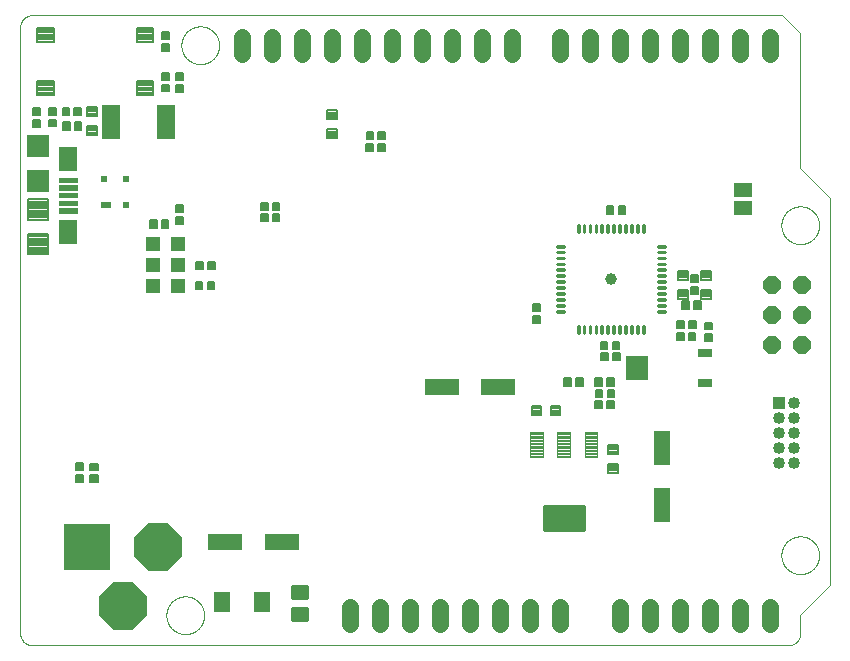
<source format=gtl>
G75*
%MOIN*%
%OFA0B0*%
%FSLAX25Y25*%
%IPPOS*%
%LPD*%
%AMOC8*
5,1,8,0,0,1.08239X$1,22.5*
%
%ADD10C,0.00000*%
%ADD11OC8,0.06102*%
%ADD12C,0.05600*%
%ADD13C,0.00748*%
%ADD14R,0.11811X0.05512*%
%ADD15OC8,0.15748*%
%ADD16R,0.15748X0.15748*%
%ADD17C,0.07677*%
%ADD18C,0.01008*%
%ADD19C,0.03937*%
%ADD20C,0.00551*%
%ADD21R,0.05000X0.02500*%
%ADD22R,0.07500X0.08000*%
%ADD23R,0.04724X0.04724*%
%ADD24R,0.04000X0.04000*%
%ADD25C,0.04000*%
%ADD26C,0.00480*%
%ADD27C,0.00866*%
%ADD28R,0.05512X0.11811*%
%ADD29R,0.06300X0.04600*%
%ADD30C,0.00157*%
%ADD31R,0.07480X0.07480*%
%ADD32R,0.06299X0.08268*%
%ADD33R,0.01890X0.02165*%
%ADD34R,0.03465X0.02165*%
%ADD35R,0.06299X0.11811*%
%ADD36C,0.00984*%
%ADD37R,0.05512X0.07087*%
%ADD38C,0.00827*%
D10*
X0008760Y0007687D02*
X0008760Y0209813D01*
X0008762Y0209937D01*
X0008768Y0210060D01*
X0008777Y0210184D01*
X0008791Y0210306D01*
X0008808Y0210429D01*
X0008830Y0210551D01*
X0008855Y0210672D01*
X0008884Y0210792D01*
X0008916Y0210911D01*
X0008953Y0211030D01*
X0008993Y0211147D01*
X0009036Y0211262D01*
X0009084Y0211377D01*
X0009135Y0211489D01*
X0009189Y0211600D01*
X0009247Y0211710D01*
X0009308Y0211817D01*
X0009373Y0211923D01*
X0009441Y0212026D01*
X0009512Y0212127D01*
X0009586Y0212226D01*
X0009663Y0212323D01*
X0009744Y0212417D01*
X0009827Y0212508D01*
X0009913Y0212597D01*
X0010002Y0212683D01*
X0010093Y0212766D01*
X0010187Y0212847D01*
X0010284Y0212924D01*
X0010383Y0212998D01*
X0010484Y0213069D01*
X0010587Y0213137D01*
X0010693Y0213202D01*
X0010800Y0213263D01*
X0010910Y0213321D01*
X0011021Y0213375D01*
X0011133Y0213426D01*
X0011248Y0213474D01*
X0011363Y0213517D01*
X0011480Y0213557D01*
X0011599Y0213594D01*
X0011718Y0213626D01*
X0011838Y0213655D01*
X0011959Y0213680D01*
X0012081Y0213702D01*
X0012204Y0213719D01*
X0012326Y0213733D01*
X0012450Y0213742D01*
X0012573Y0213748D01*
X0012697Y0213750D01*
X0262760Y0213750D01*
X0268760Y0207750D01*
X0268760Y0162750D01*
X0278760Y0152750D01*
X0278760Y0023750D01*
X0268760Y0013750D01*
X0268760Y0007687D01*
X0268758Y0007563D01*
X0268752Y0007440D01*
X0268743Y0007316D01*
X0268729Y0007194D01*
X0268712Y0007071D01*
X0268690Y0006949D01*
X0268665Y0006828D01*
X0268636Y0006708D01*
X0268604Y0006589D01*
X0268567Y0006470D01*
X0268527Y0006353D01*
X0268484Y0006238D01*
X0268436Y0006123D01*
X0268385Y0006011D01*
X0268331Y0005900D01*
X0268273Y0005790D01*
X0268212Y0005683D01*
X0268147Y0005577D01*
X0268079Y0005474D01*
X0268008Y0005373D01*
X0267934Y0005274D01*
X0267857Y0005177D01*
X0267776Y0005083D01*
X0267693Y0004992D01*
X0267607Y0004903D01*
X0267518Y0004817D01*
X0267427Y0004734D01*
X0267333Y0004653D01*
X0267236Y0004576D01*
X0267137Y0004502D01*
X0267036Y0004431D01*
X0266933Y0004363D01*
X0266827Y0004298D01*
X0266720Y0004237D01*
X0266610Y0004179D01*
X0266499Y0004125D01*
X0266387Y0004074D01*
X0266272Y0004026D01*
X0266157Y0003983D01*
X0266040Y0003943D01*
X0265921Y0003906D01*
X0265802Y0003874D01*
X0265682Y0003845D01*
X0265561Y0003820D01*
X0265439Y0003798D01*
X0265316Y0003781D01*
X0265194Y0003767D01*
X0265070Y0003758D01*
X0264947Y0003752D01*
X0264823Y0003750D01*
X0012697Y0003750D01*
X0012573Y0003752D01*
X0012450Y0003758D01*
X0012326Y0003767D01*
X0012204Y0003781D01*
X0012081Y0003798D01*
X0011959Y0003820D01*
X0011838Y0003845D01*
X0011718Y0003874D01*
X0011599Y0003906D01*
X0011480Y0003943D01*
X0011363Y0003983D01*
X0011248Y0004026D01*
X0011133Y0004074D01*
X0011021Y0004125D01*
X0010910Y0004179D01*
X0010800Y0004237D01*
X0010693Y0004298D01*
X0010587Y0004363D01*
X0010484Y0004431D01*
X0010383Y0004502D01*
X0010284Y0004576D01*
X0010187Y0004653D01*
X0010093Y0004734D01*
X0010002Y0004817D01*
X0009913Y0004903D01*
X0009827Y0004992D01*
X0009744Y0005083D01*
X0009663Y0005177D01*
X0009586Y0005274D01*
X0009512Y0005373D01*
X0009441Y0005474D01*
X0009373Y0005577D01*
X0009308Y0005683D01*
X0009247Y0005790D01*
X0009189Y0005900D01*
X0009135Y0006011D01*
X0009084Y0006123D01*
X0009036Y0006238D01*
X0008993Y0006353D01*
X0008953Y0006470D01*
X0008916Y0006589D01*
X0008884Y0006708D01*
X0008855Y0006828D01*
X0008830Y0006949D01*
X0008808Y0007071D01*
X0008791Y0007194D01*
X0008777Y0007316D01*
X0008768Y0007440D01*
X0008762Y0007563D01*
X0008760Y0007687D01*
X0057461Y0013750D02*
X0057463Y0013908D01*
X0057469Y0014066D01*
X0057479Y0014224D01*
X0057493Y0014382D01*
X0057511Y0014539D01*
X0057532Y0014696D01*
X0057558Y0014852D01*
X0057588Y0015008D01*
X0057621Y0015163D01*
X0057659Y0015316D01*
X0057700Y0015469D01*
X0057745Y0015621D01*
X0057794Y0015772D01*
X0057847Y0015921D01*
X0057903Y0016069D01*
X0057963Y0016215D01*
X0058027Y0016360D01*
X0058095Y0016503D01*
X0058166Y0016645D01*
X0058240Y0016785D01*
X0058318Y0016922D01*
X0058400Y0017058D01*
X0058484Y0017192D01*
X0058573Y0017323D01*
X0058664Y0017452D01*
X0058759Y0017579D01*
X0058856Y0017704D01*
X0058957Y0017826D01*
X0059061Y0017945D01*
X0059168Y0018062D01*
X0059278Y0018176D01*
X0059391Y0018287D01*
X0059506Y0018396D01*
X0059624Y0018501D01*
X0059745Y0018603D01*
X0059868Y0018703D01*
X0059994Y0018799D01*
X0060122Y0018892D01*
X0060252Y0018982D01*
X0060385Y0019068D01*
X0060520Y0019152D01*
X0060656Y0019231D01*
X0060795Y0019308D01*
X0060936Y0019380D01*
X0061078Y0019450D01*
X0061222Y0019515D01*
X0061368Y0019577D01*
X0061515Y0019635D01*
X0061664Y0019690D01*
X0061814Y0019741D01*
X0061965Y0019788D01*
X0062117Y0019831D01*
X0062270Y0019870D01*
X0062425Y0019906D01*
X0062580Y0019937D01*
X0062736Y0019965D01*
X0062892Y0019989D01*
X0063049Y0020009D01*
X0063207Y0020025D01*
X0063364Y0020037D01*
X0063523Y0020045D01*
X0063681Y0020049D01*
X0063839Y0020049D01*
X0063997Y0020045D01*
X0064156Y0020037D01*
X0064313Y0020025D01*
X0064471Y0020009D01*
X0064628Y0019989D01*
X0064784Y0019965D01*
X0064940Y0019937D01*
X0065095Y0019906D01*
X0065250Y0019870D01*
X0065403Y0019831D01*
X0065555Y0019788D01*
X0065706Y0019741D01*
X0065856Y0019690D01*
X0066005Y0019635D01*
X0066152Y0019577D01*
X0066298Y0019515D01*
X0066442Y0019450D01*
X0066584Y0019380D01*
X0066725Y0019308D01*
X0066864Y0019231D01*
X0067000Y0019152D01*
X0067135Y0019068D01*
X0067268Y0018982D01*
X0067398Y0018892D01*
X0067526Y0018799D01*
X0067652Y0018703D01*
X0067775Y0018603D01*
X0067896Y0018501D01*
X0068014Y0018396D01*
X0068129Y0018287D01*
X0068242Y0018176D01*
X0068352Y0018062D01*
X0068459Y0017945D01*
X0068563Y0017826D01*
X0068664Y0017704D01*
X0068761Y0017579D01*
X0068856Y0017452D01*
X0068947Y0017323D01*
X0069036Y0017192D01*
X0069120Y0017058D01*
X0069202Y0016922D01*
X0069280Y0016785D01*
X0069354Y0016645D01*
X0069425Y0016503D01*
X0069493Y0016360D01*
X0069557Y0016215D01*
X0069617Y0016069D01*
X0069673Y0015921D01*
X0069726Y0015772D01*
X0069775Y0015621D01*
X0069820Y0015469D01*
X0069861Y0015316D01*
X0069899Y0015163D01*
X0069932Y0015008D01*
X0069962Y0014852D01*
X0069988Y0014696D01*
X0070009Y0014539D01*
X0070027Y0014382D01*
X0070041Y0014224D01*
X0070051Y0014066D01*
X0070057Y0013908D01*
X0070059Y0013750D01*
X0070057Y0013592D01*
X0070051Y0013434D01*
X0070041Y0013276D01*
X0070027Y0013118D01*
X0070009Y0012961D01*
X0069988Y0012804D01*
X0069962Y0012648D01*
X0069932Y0012492D01*
X0069899Y0012337D01*
X0069861Y0012184D01*
X0069820Y0012031D01*
X0069775Y0011879D01*
X0069726Y0011728D01*
X0069673Y0011579D01*
X0069617Y0011431D01*
X0069557Y0011285D01*
X0069493Y0011140D01*
X0069425Y0010997D01*
X0069354Y0010855D01*
X0069280Y0010715D01*
X0069202Y0010578D01*
X0069120Y0010442D01*
X0069036Y0010308D01*
X0068947Y0010177D01*
X0068856Y0010048D01*
X0068761Y0009921D01*
X0068664Y0009796D01*
X0068563Y0009674D01*
X0068459Y0009555D01*
X0068352Y0009438D01*
X0068242Y0009324D01*
X0068129Y0009213D01*
X0068014Y0009104D01*
X0067896Y0008999D01*
X0067775Y0008897D01*
X0067652Y0008797D01*
X0067526Y0008701D01*
X0067398Y0008608D01*
X0067268Y0008518D01*
X0067135Y0008432D01*
X0067000Y0008348D01*
X0066864Y0008269D01*
X0066725Y0008192D01*
X0066584Y0008120D01*
X0066442Y0008050D01*
X0066298Y0007985D01*
X0066152Y0007923D01*
X0066005Y0007865D01*
X0065856Y0007810D01*
X0065706Y0007759D01*
X0065555Y0007712D01*
X0065403Y0007669D01*
X0065250Y0007630D01*
X0065095Y0007594D01*
X0064940Y0007563D01*
X0064784Y0007535D01*
X0064628Y0007511D01*
X0064471Y0007491D01*
X0064313Y0007475D01*
X0064156Y0007463D01*
X0063997Y0007455D01*
X0063839Y0007451D01*
X0063681Y0007451D01*
X0063523Y0007455D01*
X0063364Y0007463D01*
X0063207Y0007475D01*
X0063049Y0007491D01*
X0062892Y0007511D01*
X0062736Y0007535D01*
X0062580Y0007563D01*
X0062425Y0007594D01*
X0062270Y0007630D01*
X0062117Y0007669D01*
X0061965Y0007712D01*
X0061814Y0007759D01*
X0061664Y0007810D01*
X0061515Y0007865D01*
X0061368Y0007923D01*
X0061222Y0007985D01*
X0061078Y0008050D01*
X0060936Y0008120D01*
X0060795Y0008192D01*
X0060656Y0008269D01*
X0060520Y0008348D01*
X0060385Y0008432D01*
X0060252Y0008518D01*
X0060122Y0008608D01*
X0059994Y0008701D01*
X0059868Y0008797D01*
X0059745Y0008897D01*
X0059624Y0008999D01*
X0059506Y0009104D01*
X0059391Y0009213D01*
X0059278Y0009324D01*
X0059168Y0009438D01*
X0059061Y0009555D01*
X0058957Y0009674D01*
X0058856Y0009796D01*
X0058759Y0009921D01*
X0058664Y0010048D01*
X0058573Y0010177D01*
X0058484Y0010308D01*
X0058400Y0010442D01*
X0058318Y0010578D01*
X0058240Y0010715D01*
X0058166Y0010855D01*
X0058095Y0010997D01*
X0058027Y0011140D01*
X0057963Y0011285D01*
X0057903Y0011431D01*
X0057847Y0011579D01*
X0057794Y0011728D01*
X0057745Y0011879D01*
X0057700Y0012031D01*
X0057659Y0012184D01*
X0057621Y0012337D01*
X0057588Y0012492D01*
X0057558Y0012648D01*
X0057532Y0012804D01*
X0057511Y0012961D01*
X0057493Y0013118D01*
X0057479Y0013276D01*
X0057469Y0013434D01*
X0057463Y0013592D01*
X0057461Y0013750D01*
X0262461Y0033750D02*
X0262463Y0033908D01*
X0262469Y0034066D01*
X0262479Y0034224D01*
X0262493Y0034382D01*
X0262511Y0034539D01*
X0262532Y0034696D01*
X0262558Y0034852D01*
X0262588Y0035008D01*
X0262621Y0035163D01*
X0262659Y0035316D01*
X0262700Y0035469D01*
X0262745Y0035621D01*
X0262794Y0035772D01*
X0262847Y0035921D01*
X0262903Y0036069D01*
X0262963Y0036215D01*
X0263027Y0036360D01*
X0263095Y0036503D01*
X0263166Y0036645D01*
X0263240Y0036785D01*
X0263318Y0036922D01*
X0263400Y0037058D01*
X0263484Y0037192D01*
X0263573Y0037323D01*
X0263664Y0037452D01*
X0263759Y0037579D01*
X0263856Y0037704D01*
X0263957Y0037826D01*
X0264061Y0037945D01*
X0264168Y0038062D01*
X0264278Y0038176D01*
X0264391Y0038287D01*
X0264506Y0038396D01*
X0264624Y0038501D01*
X0264745Y0038603D01*
X0264868Y0038703D01*
X0264994Y0038799D01*
X0265122Y0038892D01*
X0265252Y0038982D01*
X0265385Y0039068D01*
X0265520Y0039152D01*
X0265656Y0039231D01*
X0265795Y0039308D01*
X0265936Y0039380D01*
X0266078Y0039450D01*
X0266222Y0039515D01*
X0266368Y0039577D01*
X0266515Y0039635D01*
X0266664Y0039690D01*
X0266814Y0039741D01*
X0266965Y0039788D01*
X0267117Y0039831D01*
X0267270Y0039870D01*
X0267425Y0039906D01*
X0267580Y0039937D01*
X0267736Y0039965D01*
X0267892Y0039989D01*
X0268049Y0040009D01*
X0268207Y0040025D01*
X0268364Y0040037D01*
X0268523Y0040045D01*
X0268681Y0040049D01*
X0268839Y0040049D01*
X0268997Y0040045D01*
X0269156Y0040037D01*
X0269313Y0040025D01*
X0269471Y0040009D01*
X0269628Y0039989D01*
X0269784Y0039965D01*
X0269940Y0039937D01*
X0270095Y0039906D01*
X0270250Y0039870D01*
X0270403Y0039831D01*
X0270555Y0039788D01*
X0270706Y0039741D01*
X0270856Y0039690D01*
X0271005Y0039635D01*
X0271152Y0039577D01*
X0271298Y0039515D01*
X0271442Y0039450D01*
X0271584Y0039380D01*
X0271725Y0039308D01*
X0271864Y0039231D01*
X0272000Y0039152D01*
X0272135Y0039068D01*
X0272268Y0038982D01*
X0272398Y0038892D01*
X0272526Y0038799D01*
X0272652Y0038703D01*
X0272775Y0038603D01*
X0272896Y0038501D01*
X0273014Y0038396D01*
X0273129Y0038287D01*
X0273242Y0038176D01*
X0273352Y0038062D01*
X0273459Y0037945D01*
X0273563Y0037826D01*
X0273664Y0037704D01*
X0273761Y0037579D01*
X0273856Y0037452D01*
X0273947Y0037323D01*
X0274036Y0037192D01*
X0274120Y0037058D01*
X0274202Y0036922D01*
X0274280Y0036785D01*
X0274354Y0036645D01*
X0274425Y0036503D01*
X0274493Y0036360D01*
X0274557Y0036215D01*
X0274617Y0036069D01*
X0274673Y0035921D01*
X0274726Y0035772D01*
X0274775Y0035621D01*
X0274820Y0035469D01*
X0274861Y0035316D01*
X0274899Y0035163D01*
X0274932Y0035008D01*
X0274962Y0034852D01*
X0274988Y0034696D01*
X0275009Y0034539D01*
X0275027Y0034382D01*
X0275041Y0034224D01*
X0275051Y0034066D01*
X0275057Y0033908D01*
X0275059Y0033750D01*
X0275057Y0033592D01*
X0275051Y0033434D01*
X0275041Y0033276D01*
X0275027Y0033118D01*
X0275009Y0032961D01*
X0274988Y0032804D01*
X0274962Y0032648D01*
X0274932Y0032492D01*
X0274899Y0032337D01*
X0274861Y0032184D01*
X0274820Y0032031D01*
X0274775Y0031879D01*
X0274726Y0031728D01*
X0274673Y0031579D01*
X0274617Y0031431D01*
X0274557Y0031285D01*
X0274493Y0031140D01*
X0274425Y0030997D01*
X0274354Y0030855D01*
X0274280Y0030715D01*
X0274202Y0030578D01*
X0274120Y0030442D01*
X0274036Y0030308D01*
X0273947Y0030177D01*
X0273856Y0030048D01*
X0273761Y0029921D01*
X0273664Y0029796D01*
X0273563Y0029674D01*
X0273459Y0029555D01*
X0273352Y0029438D01*
X0273242Y0029324D01*
X0273129Y0029213D01*
X0273014Y0029104D01*
X0272896Y0028999D01*
X0272775Y0028897D01*
X0272652Y0028797D01*
X0272526Y0028701D01*
X0272398Y0028608D01*
X0272268Y0028518D01*
X0272135Y0028432D01*
X0272000Y0028348D01*
X0271864Y0028269D01*
X0271725Y0028192D01*
X0271584Y0028120D01*
X0271442Y0028050D01*
X0271298Y0027985D01*
X0271152Y0027923D01*
X0271005Y0027865D01*
X0270856Y0027810D01*
X0270706Y0027759D01*
X0270555Y0027712D01*
X0270403Y0027669D01*
X0270250Y0027630D01*
X0270095Y0027594D01*
X0269940Y0027563D01*
X0269784Y0027535D01*
X0269628Y0027511D01*
X0269471Y0027491D01*
X0269313Y0027475D01*
X0269156Y0027463D01*
X0268997Y0027455D01*
X0268839Y0027451D01*
X0268681Y0027451D01*
X0268523Y0027455D01*
X0268364Y0027463D01*
X0268207Y0027475D01*
X0268049Y0027491D01*
X0267892Y0027511D01*
X0267736Y0027535D01*
X0267580Y0027563D01*
X0267425Y0027594D01*
X0267270Y0027630D01*
X0267117Y0027669D01*
X0266965Y0027712D01*
X0266814Y0027759D01*
X0266664Y0027810D01*
X0266515Y0027865D01*
X0266368Y0027923D01*
X0266222Y0027985D01*
X0266078Y0028050D01*
X0265936Y0028120D01*
X0265795Y0028192D01*
X0265656Y0028269D01*
X0265520Y0028348D01*
X0265385Y0028432D01*
X0265252Y0028518D01*
X0265122Y0028608D01*
X0264994Y0028701D01*
X0264868Y0028797D01*
X0264745Y0028897D01*
X0264624Y0028999D01*
X0264506Y0029104D01*
X0264391Y0029213D01*
X0264278Y0029324D01*
X0264168Y0029438D01*
X0264061Y0029555D01*
X0263957Y0029674D01*
X0263856Y0029796D01*
X0263759Y0029921D01*
X0263664Y0030048D01*
X0263573Y0030177D01*
X0263484Y0030308D01*
X0263400Y0030442D01*
X0263318Y0030578D01*
X0263240Y0030715D01*
X0263166Y0030855D01*
X0263095Y0030997D01*
X0263027Y0031140D01*
X0262963Y0031285D01*
X0262903Y0031431D01*
X0262847Y0031579D01*
X0262794Y0031728D01*
X0262745Y0031879D01*
X0262700Y0032031D01*
X0262659Y0032184D01*
X0262621Y0032337D01*
X0262588Y0032492D01*
X0262558Y0032648D01*
X0262532Y0032804D01*
X0262511Y0032961D01*
X0262493Y0033118D01*
X0262479Y0033276D01*
X0262469Y0033434D01*
X0262463Y0033592D01*
X0262461Y0033750D01*
X0262461Y0143750D02*
X0262463Y0143908D01*
X0262469Y0144066D01*
X0262479Y0144224D01*
X0262493Y0144382D01*
X0262511Y0144539D01*
X0262532Y0144696D01*
X0262558Y0144852D01*
X0262588Y0145008D01*
X0262621Y0145163D01*
X0262659Y0145316D01*
X0262700Y0145469D01*
X0262745Y0145621D01*
X0262794Y0145772D01*
X0262847Y0145921D01*
X0262903Y0146069D01*
X0262963Y0146215D01*
X0263027Y0146360D01*
X0263095Y0146503D01*
X0263166Y0146645D01*
X0263240Y0146785D01*
X0263318Y0146922D01*
X0263400Y0147058D01*
X0263484Y0147192D01*
X0263573Y0147323D01*
X0263664Y0147452D01*
X0263759Y0147579D01*
X0263856Y0147704D01*
X0263957Y0147826D01*
X0264061Y0147945D01*
X0264168Y0148062D01*
X0264278Y0148176D01*
X0264391Y0148287D01*
X0264506Y0148396D01*
X0264624Y0148501D01*
X0264745Y0148603D01*
X0264868Y0148703D01*
X0264994Y0148799D01*
X0265122Y0148892D01*
X0265252Y0148982D01*
X0265385Y0149068D01*
X0265520Y0149152D01*
X0265656Y0149231D01*
X0265795Y0149308D01*
X0265936Y0149380D01*
X0266078Y0149450D01*
X0266222Y0149515D01*
X0266368Y0149577D01*
X0266515Y0149635D01*
X0266664Y0149690D01*
X0266814Y0149741D01*
X0266965Y0149788D01*
X0267117Y0149831D01*
X0267270Y0149870D01*
X0267425Y0149906D01*
X0267580Y0149937D01*
X0267736Y0149965D01*
X0267892Y0149989D01*
X0268049Y0150009D01*
X0268207Y0150025D01*
X0268364Y0150037D01*
X0268523Y0150045D01*
X0268681Y0150049D01*
X0268839Y0150049D01*
X0268997Y0150045D01*
X0269156Y0150037D01*
X0269313Y0150025D01*
X0269471Y0150009D01*
X0269628Y0149989D01*
X0269784Y0149965D01*
X0269940Y0149937D01*
X0270095Y0149906D01*
X0270250Y0149870D01*
X0270403Y0149831D01*
X0270555Y0149788D01*
X0270706Y0149741D01*
X0270856Y0149690D01*
X0271005Y0149635D01*
X0271152Y0149577D01*
X0271298Y0149515D01*
X0271442Y0149450D01*
X0271584Y0149380D01*
X0271725Y0149308D01*
X0271864Y0149231D01*
X0272000Y0149152D01*
X0272135Y0149068D01*
X0272268Y0148982D01*
X0272398Y0148892D01*
X0272526Y0148799D01*
X0272652Y0148703D01*
X0272775Y0148603D01*
X0272896Y0148501D01*
X0273014Y0148396D01*
X0273129Y0148287D01*
X0273242Y0148176D01*
X0273352Y0148062D01*
X0273459Y0147945D01*
X0273563Y0147826D01*
X0273664Y0147704D01*
X0273761Y0147579D01*
X0273856Y0147452D01*
X0273947Y0147323D01*
X0274036Y0147192D01*
X0274120Y0147058D01*
X0274202Y0146922D01*
X0274280Y0146785D01*
X0274354Y0146645D01*
X0274425Y0146503D01*
X0274493Y0146360D01*
X0274557Y0146215D01*
X0274617Y0146069D01*
X0274673Y0145921D01*
X0274726Y0145772D01*
X0274775Y0145621D01*
X0274820Y0145469D01*
X0274861Y0145316D01*
X0274899Y0145163D01*
X0274932Y0145008D01*
X0274962Y0144852D01*
X0274988Y0144696D01*
X0275009Y0144539D01*
X0275027Y0144382D01*
X0275041Y0144224D01*
X0275051Y0144066D01*
X0275057Y0143908D01*
X0275059Y0143750D01*
X0275057Y0143592D01*
X0275051Y0143434D01*
X0275041Y0143276D01*
X0275027Y0143118D01*
X0275009Y0142961D01*
X0274988Y0142804D01*
X0274962Y0142648D01*
X0274932Y0142492D01*
X0274899Y0142337D01*
X0274861Y0142184D01*
X0274820Y0142031D01*
X0274775Y0141879D01*
X0274726Y0141728D01*
X0274673Y0141579D01*
X0274617Y0141431D01*
X0274557Y0141285D01*
X0274493Y0141140D01*
X0274425Y0140997D01*
X0274354Y0140855D01*
X0274280Y0140715D01*
X0274202Y0140578D01*
X0274120Y0140442D01*
X0274036Y0140308D01*
X0273947Y0140177D01*
X0273856Y0140048D01*
X0273761Y0139921D01*
X0273664Y0139796D01*
X0273563Y0139674D01*
X0273459Y0139555D01*
X0273352Y0139438D01*
X0273242Y0139324D01*
X0273129Y0139213D01*
X0273014Y0139104D01*
X0272896Y0138999D01*
X0272775Y0138897D01*
X0272652Y0138797D01*
X0272526Y0138701D01*
X0272398Y0138608D01*
X0272268Y0138518D01*
X0272135Y0138432D01*
X0272000Y0138348D01*
X0271864Y0138269D01*
X0271725Y0138192D01*
X0271584Y0138120D01*
X0271442Y0138050D01*
X0271298Y0137985D01*
X0271152Y0137923D01*
X0271005Y0137865D01*
X0270856Y0137810D01*
X0270706Y0137759D01*
X0270555Y0137712D01*
X0270403Y0137669D01*
X0270250Y0137630D01*
X0270095Y0137594D01*
X0269940Y0137563D01*
X0269784Y0137535D01*
X0269628Y0137511D01*
X0269471Y0137491D01*
X0269313Y0137475D01*
X0269156Y0137463D01*
X0268997Y0137455D01*
X0268839Y0137451D01*
X0268681Y0137451D01*
X0268523Y0137455D01*
X0268364Y0137463D01*
X0268207Y0137475D01*
X0268049Y0137491D01*
X0267892Y0137511D01*
X0267736Y0137535D01*
X0267580Y0137563D01*
X0267425Y0137594D01*
X0267270Y0137630D01*
X0267117Y0137669D01*
X0266965Y0137712D01*
X0266814Y0137759D01*
X0266664Y0137810D01*
X0266515Y0137865D01*
X0266368Y0137923D01*
X0266222Y0137985D01*
X0266078Y0138050D01*
X0265936Y0138120D01*
X0265795Y0138192D01*
X0265656Y0138269D01*
X0265520Y0138348D01*
X0265385Y0138432D01*
X0265252Y0138518D01*
X0265122Y0138608D01*
X0264994Y0138701D01*
X0264868Y0138797D01*
X0264745Y0138897D01*
X0264624Y0138999D01*
X0264506Y0139104D01*
X0264391Y0139213D01*
X0264278Y0139324D01*
X0264168Y0139438D01*
X0264061Y0139555D01*
X0263957Y0139674D01*
X0263856Y0139796D01*
X0263759Y0139921D01*
X0263664Y0140048D01*
X0263573Y0140177D01*
X0263484Y0140308D01*
X0263400Y0140442D01*
X0263318Y0140578D01*
X0263240Y0140715D01*
X0263166Y0140855D01*
X0263095Y0140997D01*
X0263027Y0141140D01*
X0262963Y0141285D01*
X0262903Y0141431D01*
X0262847Y0141579D01*
X0262794Y0141728D01*
X0262745Y0141879D01*
X0262700Y0142031D01*
X0262659Y0142184D01*
X0262621Y0142337D01*
X0262588Y0142492D01*
X0262558Y0142648D01*
X0262532Y0142804D01*
X0262511Y0142961D01*
X0262493Y0143118D01*
X0262479Y0143276D01*
X0262469Y0143434D01*
X0262463Y0143592D01*
X0262461Y0143750D01*
X0062461Y0203750D02*
X0062463Y0203908D01*
X0062469Y0204066D01*
X0062479Y0204224D01*
X0062493Y0204382D01*
X0062511Y0204539D01*
X0062532Y0204696D01*
X0062558Y0204852D01*
X0062588Y0205008D01*
X0062621Y0205163D01*
X0062659Y0205316D01*
X0062700Y0205469D01*
X0062745Y0205621D01*
X0062794Y0205772D01*
X0062847Y0205921D01*
X0062903Y0206069D01*
X0062963Y0206215D01*
X0063027Y0206360D01*
X0063095Y0206503D01*
X0063166Y0206645D01*
X0063240Y0206785D01*
X0063318Y0206922D01*
X0063400Y0207058D01*
X0063484Y0207192D01*
X0063573Y0207323D01*
X0063664Y0207452D01*
X0063759Y0207579D01*
X0063856Y0207704D01*
X0063957Y0207826D01*
X0064061Y0207945D01*
X0064168Y0208062D01*
X0064278Y0208176D01*
X0064391Y0208287D01*
X0064506Y0208396D01*
X0064624Y0208501D01*
X0064745Y0208603D01*
X0064868Y0208703D01*
X0064994Y0208799D01*
X0065122Y0208892D01*
X0065252Y0208982D01*
X0065385Y0209068D01*
X0065520Y0209152D01*
X0065656Y0209231D01*
X0065795Y0209308D01*
X0065936Y0209380D01*
X0066078Y0209450D01*
X0066222Y0209515D01*
X0066368Y0209577D01*
X0066515Y0209635D01*
X0066664Y0209690D01*
X0066814Y0209741D01*
X0066965Y0209788D01*
X0067117Y0209831D01*
X0067270Y0209870D01*
X0067425Y0209906D01*
X0067580Y0209937D01*
X0067736Y0209965D01*
X0067892Y0209989D01*
X0068049Y0210009D01*
X0068207Y0210025D01*
X0068364Y0210037D01*
X0068523Y0210045D01*
X0068681Y0210049D01*
X0068839Y0210049D01*
X0068997Y0210045D01*
X0069156Y0210037D01*
X0069313Y0210025D01*
X0069471Y0210009D01*
X0069628Y0209989D01*
X0069784Y0209965D01*
X0069940Y0209937D01*
X0070095Y0209906D01*
X0070250Y0209870D01*
X0070403Y0209831D01*
X0070555Y0209788D01*
X0070706Y0209741D01*
X0070856Y0209690D01*
X0071005Y0209635D01*
X0071152Y0209577D01*
X0071298Y0209515D01*
X0071442Y0209450D01*
X0071584Y0209380D01*
X0071725Y0209308D01*
X0071864Y0209231D01*
X0072000Y0209152D01*
X0072135Y0209068D01*
X0072268Y0208982D01*
X0072398Y0208892D01*
X0072526Y0208799D01*
X0072652Y0208703D01*
X0072775Y0208603D01*
X0072896Y0208501D01*
X0073014Y0208396D01*
X0073129Y0208287D01*
X0073242Y0208176D01*
X0073352Y0208062D01*
X0073459Y0207945D01*
X0073563Y0207826D01*
X0073664Y0207704D01*
X0073761Y0207579D01*
X0073856Y0207452D01*
X0073947Y0207323D01*
X0074036Y0207192D01*
X0074120Y0207058D01*
X0074202Y0206922D01*
X0074280Y0206785D01*
X0074354Y0206645D01*
X0074425Y0206503D01*
X0074493Y0206360D01*
X0074557Y0206215D01*
X0074617Y0206069D01*
X0074673Y0205921D01*
X0074726Y0205772D01*
X0074775Y0205621D01*
X0074820Y0205469D01*
X0074861Y0205316D01*
X0074899Y0205163D01*
X0074932Y0205008D01*
X0074962Y0204852D01*
X0074988Y0204696D01*
X0075009Y0204539D01*
X0075027Y0204382D01*
X0075041Y0204224D01*
X0075051Y0204066D01*
X0075057Y0203908D01*
X0075059Y0203750D01*
X0075057Y0203592D01*
X0075051Y0203434D01*
X0075041Y0203276D01*
X0075027Y0203118D01*
X0075009Y0202961D01*
X0074988Y0202804D01*
X0074962Y0202648D01*
X0074932Y0202492D01*
X0074899Y0202337D01*
X0074861Y0202184D01*
X0074820Y0202031D01*
X0074775Y0201879D01*
X0074726Y0201728D01*
X0074673Y0201579D01*
X0074617Y0201431D01*
X0074557Y0201285D01*
X0074493Y0201140D01*
X0074425Y0200997D01*
X0074354Y0200855D01*
X0074280Y0200715D01*
X0074202Y0200578D01*
X0074120Y0200442D01*
X0074036Y0200308D01*
X0073947Y0200177D01*
X0073856Y0200048D01*
X0073761Y0199921D01*
X0073664Y0199796D01*
X0073563Y0199674D01*
X0073459Y0199555D01*
X0073352Y0199438D01*
X0073242Y0199324D01*
X0073129Y0199213D01*
X0073014Y0199104D01*
X0072896Y0198999D01*
X0072775Y0198897D01*
X0072652Y0198797D01*
X0072526Y0198701D01*
X0072398Y0198608D01*
X0072268Y0198518D01*
X0072135Y0198432D01*
X0072000Y0198348D01*
X0071864Y0198269D01*
X0071725Y0198192D01*
X0071584Y0198120D01*
X0071442Y0198050D01*
X0071298Y0197985D01*
X0071152Y0197923D01*
X0071005Y0197865D01*
X0070856Y0197810D01*
X0070706Y0197759D01*
X0070555Y0197712D01*
X0070403Y0197669D01*
X0070250Y0197630D01*
X0070095Y0197594D01*
X0069940Y0197563D01*
X0069784Y0197535D01*
X0069628Y0197511D01*
X0069471Y0197491D01*
X0069313Y0197475D01*
X0069156Y0197463D01*
X0068997Y0197455D01*
X0068839Y0197451D01*
X0068681Y0197451D01*
X0068523Y0197455D01*
X0068364Y0197463D01*
X0068207Y0197475D01*
X0068049Y0197491D01*
X0067892Y0197511D01*
X0067736Y0197535D01*
X0067580Y0197563D01*
X0067425Y0197594D01*
X0067270Y0197630D01*
X0067117Y0197669D01*
X0066965Y0197712D01*
X0066814Y0197759D01*
X0066664Y0197810D01*
X0066515Y0197865D01*
X0066368Y0197923D01*
X0066222Y0197985D01*
X0066078Y0198050D01*
X0065936Y0198120D01*
X0065795Y0198192D01*
X0065656Y0198269D01*
X0065520Y0198348D01*
X0065385Y0198432D01*
X0065252Y0198518D01*
X0065122Y0198608D01*
X0064994Y0198701D01*
X0064868Y0198797D01*
X0064745Y0198897D01*
X0064624Y0198999D01*
X0064506Y0199104D01*
X0064391Y0199213D01*
X0064278Y0199324D01*
X0064168Y0199438D01*
X0064061Y0199555D01*
X0063957Y0199674D01*
X0063856Y0199796D01*
X0063759Y0199921D01*
X0063664Y0200048D01*
X0063573Y0200177D01*
X0063484Y0200308D01*
X0063400Y0200442D01*
X0063318Y0200578D01*
X0063240Y0200715D01*
X0063166Y0200855D01*
X0063095Y0200997D01*
X0063027Y0201140D01*
X0062963Y0201285D01*
X0062903Y0201431D01*
X0062847Y0201579D01*
X0062794Y0201728D01*
X0062745Y0201879D01*
X0062700Y0202031D01*
X0062659Y0202184D01*
X0062621Y0202337D01*
X0062588Y0202492D01*
X0062558Y0202648D01*
X0062532Y0202804D01*
X0062511Y0202961D01*
X0062493Y0203118D01*
X0062479Y0203276D01*
X0062469Y0203434D01*
X0062463Y0203592D01*
X0062461Y0203750D01*
D11*
X0259260Y0123750D03*
X0269260Y0123750D03*
X0269260Y0113750D03*
X0259260Y0113750D03*
X0259260Y0103750D03*
X0269260Y0103750D03*
D12*
X0258760Y0016550D02*
X0258760Y0010950D01*
X0248760Y0010950D02*
X0248760Y0016550D01*
X0238760Y0016550D02*
X0238760Y0010950D01*
X0228760Y0010950D02*
X0228760Y0016550D01*
X0218760Y0016550D02*
X0218760Y0010950D01*
X0208760Y0010950D02*
X0208760Y0016550D01*
X0188760Y0016550D02*
X0188760Y0010950D01*
X0178760Y0010950D02*
X0178760Y0016550D01*
X0168760Y0016550D02*
X0168760Y0010950D01*
X0158760Y0010950D02*
X0158760Y0016550D01*
X0148760Y0016550D02*
X0148760Y0010950D01*
X0138760Y0010950D02*
X0138760Y0016550D01*
X0128760Y0016550D02*
X0128760Y0010950D01*
X0118760Y0010950D02*
X0118760Y0016550D01*
X0122760Y0200950D02*
X0122760Y0206550D01*
X0112760Y0206550D02*
X0112760Y0200950D01*
X0102760Y0200950D02*
X0102760Y0206550D01*
X0092760Y0206550D02*
X0092760Y0200950D01*
X0082760Y0200950D02*
X0082760Y0206550D01*
X0132760Y0206550D02*
X0132760Y0200950D01*
X0142760Y0200950D02*
X0142760Y0206550D01*
X0152760Y0206550D02*
X0152760Y0200950D01*
X0162760Y0200950D02*
X0162760Y0206550D01*
X0172760Y0206550D02*
X0172760Y0200950D01*
X0188760Y0200950D02*
X0188760Y0206550D01*
X0198760Y0206550D02*
X0198760Y0200950D01*
X0208760Y0200950D02*
X0208760Y0206550D01*
X0218760Y0206550D02*
X0218760Y0200950D01*
X0228760Y0200950D02*
X0228760Y0206550D01*
X0238760Y0206550D02*
X0238760Y0200950D01*
X0248760Y0200950D02*
X0248760Y0206550D01*
X0258760Y0206550D02*
X0258760Y0200950D01*
D13*
X0238954Y0125610D02*
X0235766Y0125610D01*
X0235766Y0128602D01*
X0238954Y0128602D01*
X0238954Y0125610D01*
X0238954Y0126357D02*
X0235766Y0126357D01*
X0235766Y0127104D02*
X0238954Y0127104D01*
X0238954Y0127851D02*
X0235766Y0127851D01*
X0235766Y0128598D02*
X0238954Y0128598D01*
X0238954Y0119311D02*
X0235766Y0119311D01*
X0235766Y0122303D01*
X0238954Y0122303D01*
X0238954Y0119311D01*
X0238954Y0120058D02*
X0235766Y0120058D01*
X0235766Y0120805D02*
X0238954Y0120805D01*
X0238954Y0121552D02*
X0235766Y0121552D01*
X0235766Y0122299D02*
X0238954Y0122299D01*
X0231254Y0119311D02*
X0228066Y0119311D01*
X0228066Y0122303D01*
X0231254Y0122303D01*
X0231254Y0119311D01*
X0231254Y0120058D02*
X0228066Y0120058D01*
X0228066Y0120805D02*
X0231254Y0120805D01*
X0231254Y0121552D02*
X0228066Y0121552D01*
X0228066Y0122299D02*
X0231254Y0122299D01*
X0231254Y0125610D02*
X0228066Y0125610D01*
X0228066Y0128602D01*
X0231254Y0128602D01*
X0231254Y0125610D01*
X0231254Y0126357D02*
X0228066Y0126357D01*
X0228066Y0127104D02*
X0231254Y0127104D01*
X0231254Y0127851D02*
X0228066Y0127851D01*
X0228066Y0128598D02*
X0231254Y0128598D01*
X0188650Y0083622D02*
X0188650Y0080434D01*
X0185658Y0080434D01*
X0185658Y0083622D01*
X0188650Y0083622D01*
X0188650Y0081181D02*
X0185658Y0081181D01*
X0185658Y0081928D02*
X0188650Y0081928D01*
X0188650Y0082675D02*
X0185658Y0082675D01*
X0185658Y0083422D02*
X0188650Y0083422D01*
X0182350Y0083622D02*
X0182350Y0080434D01*
X0179358Y0080434D01*
X0179358Y0083622D01*
X0182350Y0083622D01*
X0182350Y0081181D02*
X0179358Y0081181D01*
X0179358Y0081928D02*
X0182350Y0081928D01*
X0182350Y0082675D02*
X0179358Y0082675D01*
X0179358Y0083422D02*
X0182350Y0083422D01*
X0204717Y0067557D02*
X0207905Y0067557D01*
X0204717Y0067557D02*
X0204717Y0070549D01*
X0207905Y0070549D01*
X0207905Y0067557D01*
X0207905Y0068304D02*
X0204717Y0068304D01*
X0204717Y0069051D02*
X0207905Y0069051D01*
X0207905Y0069798D02*
X0204717Y0069798D01*
X0204717Y0070545D02*
X0207905Y0070545D01*
X0207905Y0061258D02*
X0204717Y0061258D01*
X0204717Y0064250D01*
X0207905Y0064250D01*
X0207905Y0061258D01*
X0207905Y0062005D02*
X0204717Y0062005D01*
X0204717Y0062752D02*
X0207905Y0062752D01*
X0207905Y0063499D02*
X0204717Y0063499D01*
X0204717Y0064246D02*
X0207905Y0064246D01*
X0114354Y0172726D02*
X0111166Y0172726D01*
X0111166Y0175718D01*
X0114354Y0175718D01*
X0114354Y0172726D01*
X0114354Y0173473D02*
X0111166Y0173473D01*
X0111166Y0174220D02*
X0114354Y0174220D01*
X0114354Y0174967D02*
X0111166Y0174967D01*
X0111166Y0175714D02*
X0114354Y0175714D01*
X0114354Y0179026D02*
X0111166Y0179026D01*
X0111166Y0182018D01*
X0114354Y0182018D01*
X0114354Y0179026D01*
X0114354Y0179773D02*
X0111166Y0179773D01*
X0111166Y0180520D02*
X0114354Y0180520D01*
X0114354Y0181267D02*
X0111166Y0181267D01*
X0111166Y0182014D02*
X0114354Y0182014D01*
X0034254Y0183196D02*
X0031066Y0183196D01*
X0034254Y0183196D02*
X0034254Y0180204D01*
X0031066Y0180204D01*
X0031066Y0183196D01*
X0031066Y0180951D02*
X0034254Y0180951D01*
X0034254Y0181698D02*
X0031066Y0181698D01*
X0031066Y0182445D02*
X0034254Y0182445D01*
X0034254Y0183192D02*
X0031066Y0183192D01*
X0031066Y0176896D02*
X0034254Y0176896D01*
X0034254Y0173904D01*
X0031066Y0173904D01*
X0031066Y0176896D01*
X0031066Y0174651D02*
X0034254Y0174651D01*
X0034254Y0175398D02*
X0031066Y0175398D01*
X0031066Y0176145D02*
X0034254Y0176145D01*
X0034254Y0176892D02*
X0031066Y0176892D01*
X0011354Y0152392D02*
X0011354Y0145660D01*
X0011354Y0152392D02*
X0018086Y0152392D01*
X0018086Y0145660D01*
X0011354Y0145660D01*
X0011354Y0146407D02*
X0018086Y0146407D01*
X0018086Y0147154D02*
X0011354Y0147154D01*
X0011354Y0147901D02*
X0018086Y0147901D01*
X0018086Y0148648D02*
X0011354Y0148648D01*
X0011354Y0149395D02*
X0018086Y0149395D01*
X0018086Y0150142D02*
X0011354Y0150142D01*
X0011354Y0150889D02*
X0018086Y0150889D01*
X0018086Y0151636D02*
X0011354Y0151636D01*
X0011354Y0152383D02*
X0018086Y0152383D01*
X0011354Y0140777D02*
X0011354Y0134045D01*
X0011354Y0140777D02*
X0018086Y0140777D01*
X0018086Y0134045D01*
X0011354Y0134045D01*
X0011354Y0134792D02*
X0018086Y0134792D01*
X0018086Y0135539D02*
X0011354Y0135539D01*
X0011354Y0136286D02*
X0018086Y0136286D01*
X0018086Y0137033D02*
X0011354Y0137033D01*
X0011354Y0137780D02*
X0018086Y0137780D01*
X0018086Y0138527D02*
X0011354Y0138527D01*
X0011354Y0139274D02*
X0018086Y0139274D01*
X0018086Y0140021D02*
X0011354Y0140021D01*
X0011354Y0140768D02*
X0018086Y0140768D01*
D14*
X0149235Y0089752D03*
X0168133Y0089752D03*
X0095843Y0038289D03*
X0076945Y0038289D03*
D15*
X0054760Y0036450D03*
X0042960Y0016750D03*
D16*
X0031160Y0036450D03*
D17*
X0031160Y0033450D03*
X0031160Y0039450D03*
X0054760Y0039450D03*
X0054760Y0033450D03*
X0045960Y0016750D03*
X0039960Y0016750D03*
D18*
X0187555Y0115249D02*
X0189893Y0115249D01*
X0189893Y0114997D01*
X0187555Y0114997D01*
X0187555Y0115249D01*
X0187555Y0117218D02*
X0189893Y0117218D01*
X0189893Y0116966D01*
X0187555Y0116966D01*
X0187555Y0117218D01*
X0187555Y0119186D02*
X0189893Y0119186D01*
X0189893Y0118934D01*
X0187555Y0118934D01*
X0187555Y0119186D01*
X0187555Y0121155D02*
X0189893Y0121155D01*
X0189893Y0120903D01*
X0187555Y0120903D01*
X0187555Y0121155D01*
X0187555Y0123123D02*
X0189893Y0123123D01*
X0189893Y0122871D01*
X0187555Y0122871D01*
X0187555Y0123123D01*
X0187555Y0125092D02*
X0189893Y0125092D01*
X0189893Y0124840D01*
X0187555Y0124840D01*
X0187555Y0125092D01*
X0187555Y0127060D02*
X0189893Y0127060D01*
X0189893Y0126808D01*
X0187555Y0126808D01*
X0187555Y0127060D01*
X0187555Y0129029D02*
X0189893Y0129029D01*
X0189893Y0128777D01*
X0187555Y0128777D01*
X0187555Y0129029D01*
X0187555Y0130997D02*
X0189893Y0130997D01*
X0189893Y0130745D01*
X0187555Y0130745D01*
X0187555Y0130997D01*
X0187555Y0132966D02*
X0189893Y0132966D01*
X0189893Y0132714D01*
X0187555Y0132714D01*
X0187555Y0132966D01*
X0187555Y0134934D02*
X0189893Y0134934D01*
X0189893Y0134682D01*
X0187555Y0134682D01*
X0187555Y0134934D01*
X0187555Y0136903D02*
X0189893Y0136903D01*
X0189893Y0136651D01*
X0187555Y0136651D01*
X0187555Y0136903D01*
X0194854Y0141612D02*
X0194854Y0143950D01*
X0194854Y0141612D02*
X0194602Y0141612D01*
X0194602Y0143950D01*
X0194854Y0143950D01*
X0194854Y0142619D02*
X0194602Y0142619D01*
X0194602Y0143626D02*
X0194854Y0143626D01*
X0196823Y0143950D02*
X0196823Y0141612D01*
X0196571Y0141612D01*
X0196571Y0143950D01*
X0196823Y0143950D01*
X0196823Y0142619D02*
X0196571Y0142619D01*
X0196571Y0143626D02*
X0196823Y0143626D01*
X0198791Y0143950D02*
X0198791Y0141612D01*
X0198539Y0141612D01*
X0198539Y0143950D01*
X0198791Y0143950D01*
X0198791Y0142619D02*
X0198539Y0142619D01*
X0198539Y0143626D02*
X0198791Y0143626D01*
X0200760Y0143950D02*
X0200760Y0141612D01*
X0200508Y0141612D01*
X0200508Y0143950D01*
X0200760Y0143950D01*
X0200760Y0142619D02*
X0200508Y0142619D01*
X0200508Y0143626D02*
X0200760Y0143626D01*
X0202728Y0143950D02*
X0202728Y0141612D01*
X0202476Y0141612D01*
X0202476Y0143950D01*
X0202728Y0143950D01*
X0202728Y0142619D02*
X0202476Y0142619D01*
X0202476Y0143626D02*
X0202728Y0143626D01*
X0204697Y0143950D02*
X0204697Y0141612D01*
X0204445Y0141612D01*
X0204445Y0143950D01*
X0204697Y0143950D01*
X0204697Y0142619D02*
X0204445Y0142619D01*
X0204445Y0143626D02*
X0204697Y0143626D01*
X0206665Y0143950D02*
X0206665Y0141612D01*
X0206413Y0141612D01*
X0206413Y0143950D01*
X0206665Y0143950D01*
X0206665Y0142619D02*
X0206413Y0142619D01*
X0206413Y0143626D02*
X0206665Y0143626D01*
X0208634Y0143950D02*
X0208634Y0141612D01*
X0208382Y0141612D01*
X0208382Y0143950D01*
X0208634Y0143950D01*
X0208634Y0142619D02*
X0208382Y0142619D01*
X0208382Y0143626D02*
X0208634Y0143626D01*
X0210602Y0143950D02*
X0210602Y0141612D01*
X0210350Y0141612D01*
X0210350Y0143950D01*
X0210602Y0143950D01*
X0210602Y0142619D02*
X0210350Y0142619D01*
X0210350Y0143626D02*
X0210602Y0143626D01*
X0212571Y0143950D02*
X0212571Y0141612D01*
X0212319Y0141612D01*
X0212319Y0143950D01*
X0212571Y0143950D01*
X0212571Y0142619D02*
X0212319Y0142619D01*
X0212319Y0143626D02*
X0212571Y0143626D01*
X0214539Y0143950D02*
X0214539Y0141612D01*
X0214287Y0141612D01*
X0214287Y0143950D01*
X0214539Y0143950D01*
X0214539Y0142619D02*
X0214287Y0142619D01*
X0214287Y0143626D02*
X0214539Y0143626D01*
X0216508Y0143950D02*
X0216508Y0141612D01*
X0216256Y0141612D01*
X0216256Y0143950D01*
X0216508Y0143950D01*
X0216508Y0142619D02*
X0216256Y0142619D01*
X0216256Y0143626D02*
X0216508Y0143626D01*
X0221217Y0136903D02*
X0223555Y0136903D01*
X0223555Y0136651D01*
X0221217Y0136651D01*
X0221217Y0136903D01*
X0221217Y0134934D02*
X0223555Y0134934D01*
X0223555Y0134682D01*
X0221217Y0134682D01*
X0221217Y0134934D01*
X0221217Y0132966D02*
X0223555Y0132966D01*
X0223555Y0132714D01*
X0221217Y0132714D01*
X0221217Y0132966D01*
X0221217Y0130997D02*
X0223555Y0130997D01*
X0223555Y0130745D01*
X0221217Y0130745D01*
X0221217Y0130997D01*
X0221217Y0129029D02*
X0223555Y0129029D01*
X0223555Y0128777D01*
X0221217Y0128777D01*
X0221217Y0129029D01*
X0221217Y0127060D02*
X0223555Y0127060D01*
X0223555Y0126808D01*
X0221217Y0126808D01*
X0221217Y0127060D01*
X0221217Y0125092D02*
X0223555Y0125092D01*
X0223555Y0124840D01*
X0221217Y0124840D01*
X0221217Y0125092D01*
X0221217Y0123123D02*
X0223555Y0123123D01*
X0223555Y0122871D01*
X0221217Y0122871D01*
X0221217Y0123123D01*
X0221217Y0121155D02*
X0223555Y0121155D01*
X0223555Y0120903D01*
X0221217Y0120903D01*
X0221217Y0121155D01*
X0221217Y0119186D02*
X0223555Y0119186D01*
X0223555Y0118934D01*
X0221217Y0118934D01*
X0221217Y0119186D01*
X0221217Y0117218D02*
X0223555Y0117218D01*
X0223555Y0116966D01*
X0221217Y0116966D01*
X0221217Y0117218D01*
X0221217Y0115249D02*
X0223555Y0115249D01*
X0223555Y0114997D01*
X0221217Y0114997D01*
X0221217Y0115249D01*
X0216508Y0110288D02*
X0216508Y0107950D01*
X0216256Y0107950D01*
X0216256Y0110288D01*
X0216508Y0110288D01*
X0216508Y0108957D02*
X0216256Y0108957D01*
X0216256Y0109964D02*
X0216508Y0109964D01*
X0214539Y0110288D02*
X0214539Y0107950D01*
X0214287Y0107950D01*
X0214287Y0110288D01*
X0214539Y0110288D01*
X0214539Y0108957D02*
X0214287Y0108957D01*
X0214287Y0109964D02*
X0214539Y0109964D01*
X0212571Y0110288D02*
X0212571Y0107950D01*
X0212319Y0107950D01*
X0212319Y0110288D01*
X0212571Y0110288D01*
X0212571Y0108957D02*
X0212319Y0108957D01*
X0212319Y0109964D02*
X0212571Y0109964D01*
X0210602Y0110288D02*
X0210602Y0107950D01*
X0210350Y0107950D01*
X0210350Y0110288D01*
X0210602Y0110288D01*
X0210602Y0108957D02*
X0210350Y0108957D01*
X0210350Y0109964D02*
X0210602Y0109964D01*
X0208634Y0110288D02*
X0208634Y0107950D01*
X0208382Y0107950D01*
X0208382Y0110288D01*
X0208634Y0110288D01*
X0208634Y0108957D02*
X0208382Y0108957D01*
X0208382Y0109964D02*
X0208634Y0109964D01*
X0206665Y0110288D02*
X0206665Y0107950D01*
X0206413Y0107950D01*
X0206413Y0110288D01*
X0206665Y0110288D01*
X0206665Y0108957D02*
X0206413Y0108957D01*
X0206413Y0109964D02*
X0206665Y0109964D01*
X0204697Y0110288D02*
X0204697Y0107950D01*
X0204445Y0107950D01*
X0204445Y0110288D01*
X0204697Y0110288D01*
X0204697Y0108957D02*
X0204445Y0108957D01*
X0204445Y0109964D02*
X0204697Y0109964D01*
X0202728Y0110288D02*
X0202728Y0107950D01*
X0202476Y0107950D01*
X0202476Y0110288D01*
X0202728Y0110288D01*
X0202728Y0108957D02*
X0202476Y0108957D01*
X0202476Y0109964D02*
X0202728Y0109964D01*
X0200760Y0110288D02*
X0200760Y0107950D01*
X0200508Y0107950D01*
X0200508Y0110288D01*
X0200760Y0110288D01*
X0200760Y0108957D02*
X0200508Y0108957D01*
X0200508Y0109964D02*
X0200760Y0109964D01*
X0198791Y0110288D02*
X0198791Y0107950D01*
X0198539Y0107950D01*
X0198539Y0110288D01*
X0198791Y0110288D01*
X0198791Y0108957D02*
X0198539Y0108957D01*
X0198539Y0109964D02*
X0198791Y0109964D01*
X0196823Y0110288D02*
X0196823Y0107950D01*
X0196571Y0107950D01*
X0196571Y0110288D01*
X0196823Y0110288D01*
X0196823Y0108957D02*
X0196571Y0108957D01*
X0196571Y0109964D02*
X0196823Y0109964D01*
X0194854Y0110288D02*
X0194854Y0107950D01*
X0194602Y0107950D01*
X0194602Y0110288D01*
X0194854Y0110288D01*
X0194854Y0108957D02*
X0194602Y0108957D01*
X0194602Y0109964D02*
X0194854Y0109964D01*
D19*
X0205555Y0125950D03*
D20*
X0229994Y0111759D02*
X0229994Y0109357D01*
X0227788Y0109357D01*
X0227788Y0111759D01*
X0229994Y0111759D01*
X0229994Y0109907D02*
X0227788Y0109907D01*
X0227788Y0110457D02*
X0229994Y0110457D01*
X0229994Y0111007D02*
X0227788Y0111007D01*
X0227788Y0111557D02*
X0229994Y0111557D01*
X0233931Y0111759D02*
X0233931Y0109357D01*
X0231725Y0109357D01*
X0231725Y0111759D01*
X0233931Y0111759D01*
X0233931Y0109907D02*
X0231725Y0109907D01*
X0231725Y0110457D02*
X0233931Y0110457D01*
X0233931Y0111007D02*
X0231725Y0111007D01*
X0231725Y0111557D02*
X0233931Y0111557D01*
X0237059Y0109116D02*
X0239461Y0109116D01*
X0237059Y0109116D02*
X0237059Y0111322D01*
X0239461Y0111322D01*
X0239461Y0109116D01*
X0239461Y0109666D02*
X0237059Y0109666D01*
X0237059Y0110216D02*
X0239461Y0110216D01*
X0239461Y0110766D02*
X0237059Y0110766D01*
X0237059Y0111316D02*
X0239461Y0111316D01*
X0239461Y0105178D02*
X0237059Y0105178D01*
X0237059Y0107384D01*
X0239461Y0107384D01*
X0239461Y0105178D01*
X0239461Y0105728D02*
X0237059Y0105728D01*
X0237059Y0106278D02*
X0239461Y0106278D01*
X0239461Y0106828D02*
X0237059Y0106828D01*
X0237059Y0107378D02*
X0239461Y0107378D01*
X0233831Y0107959D02*
X0233831Y0105557D01*
X0231625Y0105557D01*
X0231625Y0107959D01*
X0233831Y0107959D01*
X0233831Y0106107D02*
X0231625Y0106107D01*
X0231625Y0106657D02*
X0233831Y0106657D01*
X0233831Y0107207D02*
X0231625Y0107207D01*
X0231625Y0107757D02*
X0233831Y0107757D01*
X0229894Y0107959D02*
X0229894Y0105557D01*
X0227688Y0105557D01*
X0227688Y0107959D01*
X0229894Y0107959D01*
X0229894Y0106107D02*
X0227688Y0106107D01*
X0227688Y0106657D02*
X0229894Y0106657D01*
X0229894Y0107207D02*
X0227688Y0107207D01*
X0227688Y0107757D02*
X0229894Y0107757D01*
X0231594Y0115952D02*
X0231594Y0118354D01*
X0231594Y0115952D02*
X0229388Y0115952D01*
X0229388Y0118354D01*
X0231594Y0118354D01*
X0231594Y0116502D02*
X0229388Y0116502D01*
X0229388Y0117052D02*
X0231594Y0117052D01*
X0231594Y0117602D02*
X0229388Y0117602D01*
X0229388Y0118152D02*
X0231594Y0118152D01*
X0235531Y0118354D02*
X0235531Y0115952D01*
X0233325Y0115952D01*
X0233325Y0118354D01*
X0235531Y0118354D01*
X0235531Y0116502D02*
X0233325Y0116502D01*
X0233325Y0117052D02*
X0235531Y0117052D01*
X0235531Y0117602D02*
X0233325Y0117602D01*
X0233325Y0118152D02*
X0235531Y0118152D01*
X0234761Y0120885D02*
X0232359Y0120885D01*
X0232359Y0123091D01*
X0234761Y0123091D01*
X0234761Y0120885D01*
X0234761Y0121435D02*
X0232359Y0121435D01*
X0232359Y0121985D02*
X0234761Y0121985D01*
X0234761Y0122535D02*
X0232359Y0122535D01*
X0232359Y0123085D02*
X0234761Y0123085D01*
X0234761Y0124822D02*
X0232359Y0124822D01*
X0232359Y0127028D01*
X0234761Y0127028D01*
X0234761Y0124822D01*
X0234761Y0125372D02*
X0232359Y0125372D01*
X0232359Y0125922D02*
X0234761Y0125922D01*
X0234761Y0126472D02*
X0232359Y0126472D01*
X0232359Y0127022D02*
X0234761Y0127022D01*
X0206214Y0104826D02*
X0206214Y0102424D01*
X0206214Y0104826D02*
X0208420Y0104826D01*
X0208420Y0102424D01*
X0206214Y0102424D01*
X0206214Y0102974D02*
X0208420Y0102974D01*
X0208420Y0103524D02*
X0206214Y0103524D01*
X0206214Y0104074D02*
X0208420Y0104074D01*
X0208420Y0104624D02*
X0206214Y0104624D01*
X0202277Y0104826D02*
X0202277Y0102424D01*
X0202277Y0104826D02*
X0204483Y0104826D01*
X0204483Y0102424D01*
X0202277Y0102424D01*
X0202277Y0102974D02*
X0204483Y0102974D01*
X0204483Y0103524D02*
X0202277Y0103524D01*
X0202277Y0104074D02*
X0204483Y0104074D01*
X0204483Y0104624D02*
X0202277Y0104624D01*
X0202377Y0101116D02*
X0202377Y0098714D01*
X0202377Y0101116D02*
X0204583Y0101116D01*
X0204583Y0098714D01*
X0202377Y0098714D01*
X0202377Y0099264D02*
X0204583Y0099264D01*
X0204583Y0099814D02*
X0202377Y0099814D01*
X0202377Y0100364D02*
X0204583Y0100364D01*
X0204583Y0100914D02*
X0202377Y0100914D01*
X0206314Y0101116D02*
X0206314Y0098714D01*
X0206314Y0101116D02*
X0208520Y0101116D01*
X0208520Y0098714D01*
X0206314Y0098714D01*
X0206314Y0099264D02*
X0208520Y0099264D01*
X0208520Y0099814D02*
X0206314Y0099814D01*
X0206314Y0100364D02*
X0208520Y0100364D01*
X0208520Y0100914D02*
X0206314Y0100914D01*
X0204425Y0092727D02*
X0204425Y0090325D01*
X0204425Y0092727D02*
X0206631Y0092727D01*
X0206631Y0090325D01*
X0204425Y0090325D01*
X0204425Y0090875D02*
X0206631Y0090875D01*
X0206631Y0091425D02*
X0204425Y0091425D01*
X0204425Y0091975D02*
X0206631Y0091975D01*
X0206631Y0092525D02*
X0204425Y0092525D01*
X0200488Y0092727D02*
X0200488Y0090325D01*
X0200488Y0092727D02*
X0202694Y0092727D01*
X0202694Y0090325D01*
X0200488Y0090325D01*
X0200488Y0090875D02*
X0202694Y0090875D01*
X0202694Y0091425D02*
X0200488Y0091425D01*
X0200488Y0091975D02*
X0202694Y0091975D01*
X0202694Y0092525D02*
X0200488Y0092525D01*
X0200585Y0088932D02*
X0200585Y0086530D01*
X0200585Y0088932D02*
X0202791Y0088932D01*
X0202791Y0086530D01*
X0200585Y0086530D01*
X0200585Y0087080D02*
X0202791Y0087080D01*
X0202791Y0087630D02*
X0200585Y0087630D01*
X0200585Y0088180D02*
X0202791Y0088180D01*
X0202791Y0088730D02*
X0200585Y0088730D01*
X0204522Y0088932D02*
X0204522Y0086530D01*
X0204522Y0088932D02*
X0206728Y0088932D01*
X0206728Y0086530D01*
X0204522Y0086530D01*
X0204522Y0087080D02*
X0206728Y0087080D01*
X0206728Y0087630D02*
X0204522Y0087630D01*
X0204522Y0088180D02*
X0206728Y0088180D01*
X0206728Y0088730D02*
X0204522Y0088730D01*
X0206631Y0085135D02*
X0206631Y0082733D01*
X0204425Y0082733D01*
X0204425Y0085135D01*
X0206631Y0085135D01*
X0206631Y0083283D02*
X0204425Y0083283D01*
X0204425Y0083833D02*
X0206631Y0083833D01*
X0206631Y0084383D02*
X0204425Y0084383D01*
X0204425Y0084933D02*
X0206631Y0084933D01*
X0202694Y0085135D02*
X0202694Y0082733D01*
X0200488Y0082733D01*
X0200488Y0085135D01*
X0202694Y0085135D01*
X0202694Y0083283D02*
X0200488Y0083283D01*
X0200488Y0083833D02*
X0202694Y0083833D01*
X0202694Y0084383D02*
X0200488Y0084383D01*
X0200488Y0084933D02*
X0202694Y0084933D01*
X0196231Y0090325D02*
X0196231Y0092727D01*
X0196231Y0090325D02*
X0194025Y0090325D01*
X0194025Y0092727D01*
X0196231Y0092727D01*
X0196231Y0090875D02*
X0194025Y0090875D01*
X0194025Y0091425D02*
X0196231Y0091425D01*
X0196231Y0091975D02*
X0194025Y0091975D01*
X0194025Y0092525D02*
X0196231Y0092525D01*
X0192294Y0092727D02*
X0192294Y0090325D01*
X0190088Y0090325D01*
X0190088Y0092727D01*
X0192294Y0092727D01*
X0192294Y0090875D02*
X0190088Y0090875D01*
X0190088Y0091425D02*
X0192294Y0091425D01*
X0192294Y0091975D02*
X0190088Y0091975D01*
X0190088Y0092525D02*
X0192294Y0092525D01*
X0182151Y0113449D02*
X0179749Y0113449D01*
X0182151Y0113449D02*
X0182151Y0111243D01*
X0179749Y0111243D01*
X0179749Y0113449D01*
X0179749Y0111793D02*
X0182151Y0111793D01*
X0182151Y0112343D02*
X0179749Y0112343D01*
X0179749Y0112893D02*
X0182151Y0112893D01*
X0182151Y0113443D02*
X0179749Y0113443D01*
X0179749Y0117386D02*
X0182151Y0117386D01*
X0182151Y0115180D01*
X0179749Y0115180D01*
X0179749Y0117386D01*
X0179749Y0115730D02*
X0182151Y0115730D01*
X0182151Y0116280D02*
X0179749Y0116280D01*
X0179749Y0116830D02*
X0182151Y0116830D01*
X0182151Y0117380D02*
X0179749Y0117380D01*
X0206494Y0147640D02*
X0206494Y0150042D01*
X0206494Y0147640D02*
X0204288Y0147640D01*
X0204288Y0150042D01*
X0206494Y0150042D01*
X0206494Y0148190D02*
X0204288Y0148190D01*
X0204288Y0148740D02*
X0206494Y0148740D01*
X0206494Y0149290D02*
X0204288Y0149290D01*
X0204288Y0149840D02*
X0206494Y0149840D01*
X0210431Y0150042D02*
X0210431Y0147640D01*
X0208225Y0147640D01*
X0208225Y0150042D01*
X0210431Y0150042D01*
X0210431Y0148190D02*
X0208225Y0148190D01*
X0208225Y0148740D02*
X0210431Y0148740D01*
X0210431Y0149290D02*
X0208225Y0149290D01*
X0208225Y0149840D02*
X0210431Y0149840D01*
X0130231Y0168549D02*
X0130231Y0170951D01*
X0130231Y0168549D02*
X0128025Y0168549D01*
X0128025Y0170951D01*
X0130231Y0170951D01*
X0130231Y0169099D02*
X0128025Y0169099D01*
X0128025Y0169649D02*
X0130231Y0169649D01*
X0130231Y0170199D02*
X0128025Y0170199D01*
X0128025Y0170749D02*
X0130231Y0170749D01*
X0130331Y0172349D02*
X0130331Y0174751D01*
X0130331Y0172349D02*
X0128125Y0172349D01*
X0128125Y0174751D01*
X0130331Y0174751D01*
X0130331Y0172899D02*
X0128125Y0172899D01*
X0128125Y0173449D02*
X0130331Y0173449D01*
X0130331Y0173999D02*
X0128125Y0173999D01*
X0128125Y0174549D02*
X0130331Y0174549D01*
X0126394Y0174751D02*
X0126394Y0172349D01*
X0124188Y0172349D01*
X0124188Y0174751D01*
X0126394Y0174751D01*
X0126394Y0172899D02*
X0124188Y0172899D01*
X0124188Y0173449D02*
X0126394Y0173449D01*
X0126394Y0173999D02*
X0124188Y0173999D01*
X0124188Y0174549D02*
X0126394Y0174549D01*
X0126294Y0170951D02*
X0126294Y0168549D01*
X0124088Y0168549D01*
X0124088Y0170951D01*
X0126294Y0170951D01*
X0126294Y0169099D02*
X0124088Y0169099D01*
X0124088Y0169649D02*
X0126294Y0169649D01*
X0126294Y0170199D02*
X0124088Y0170199D01*
X0124088Y0170749D02*
X0126294Y0170749D01*
X0092925Y0151151D02*
X0092925Y0148749D01*
X0092925Y0151151D02*
X0095131Y0151151D01*
X0095131Y0148749D01*
X0092925Y0148749D01*
X0092925Y0149299D02*
X0095131Y0149299D01*
X0095131Y0149849D02*
X0092925Y0149849D01*
X0092925Y0150399D02*
X0095131Y0150399D01*
X0095131Y0150949D02*
X0092925Y0150949D01*
X0088988Y0151151D02*
X0088988Y0148749D01*
X0088988Y0151151D02*
X0091194Y0151151D01*
X0091194Y0148749D01*
X0088988Y0148749D01*
X0088988Y0149299D02*
X0091194Y0149299D01*
X0091194Y0149849D02*
X0088988Y0149849D01*
X0088988Y0150399D02*
X0091194Y0150399D01*
X0091194Y0150949D02*
X0088988Y0150949D01*
X0091194Y0147451D02*
X0091194Y0145049D01*
X0088988Y0145049D01*
X0088988Y0147451D01*
X0091194Y0147451D01*
X0091194Y0145599D02*
X0088988Y0145599D01*
X0088988Y0146149D02*
X0091194Y0146149D01*
X0091194Y0146699D02*
X0088988Y0146699D01*
X0088988Y0147249D02*
X0091194Y0147249D01*
X0095131Y0147451D02*
X0095131Y0145049D01*
X0092925Y0145049D01*
X0092925Y0147451D01*
X0095131Y0147451D01*
X0095131Y0145599D02*
X0092925Y0145599D01*
X0092925Y0146149D02*
X0095131Y0146149D01*
X0095131Y0146699D02*
X0092925Y0146699D01*
X0092925Y0147249D02*
X0095131Y0147249D01*
X0071325Y0131651D02*
X0071325Y0129249D01*
X0071325Y0131651D02*
X0073531Y0131651D01*
X0073531Y0129249D01*
X0071325Y0129249D01*
X0071325Y0129799D02*
X0073531Y0129799D01*
X0073531Y0130349D02*
X0071325Y0130349D01*
X0071325Y0130899D02*
X0073531Y0130899D01*
X0073531Y0131449D02*
X0071325Y0131449D01*
X0067388Y0131651D02*
X0067388Y0129249D01*
X0067388Y0131651D02*
X0069594Y0131651D01*
X0069594Y0129249D01*
X0067388Y0129249D01*
X0067388Y0129799D02*
X0069594Y0129799D01*
X0069594Y0130349D02*
X0067388Y0130349D01*
X0067388Y0130899D02*
X0069594Y0130899D01*
X0069594Y0131449D02*
X0067388Y0131449D01*
X0067274Y0124949D02*
X0067274Y0122547D01*
X0067274Y0124949D02*
X0069480Y0124949D01*
X0069480Y0122547D01*
X0067274Y0122547D01*
X0067274Y0123097D02*
X0069480Y0123097D01*
X0069480Y0123647D02*
X0067274Y0123647D01*
X0067274Y0124197D02*
X0069480Y0124197D01*
X0069480Y0124747D02*
X0067274Y0124747D01*
X0071211Y0124949D02*
X0071211Y0122547D01*
X0071211Y0124949D02*
X0073417Y0124949D01*
X0073417Y0122547D01*
X0071211Y0122547D01*
X0071211Y0123097D02*
X0073417Y0123097D01*
X0073417Y0123647D02*
X0071211Y0123647D01*
X0071211Y0124197D02*
X0073417Y0124197D01*
X0073417Y0124747D02*
X0071211Y0124747D01*
X0055925Y0142949D02*
X0055925Y0145351D01*
X0058131Y0145351D01*
X0058131Y0142949D01*
X0055925Y0142949D01*
X0055925Y0143499D02*
X0058131Y0143499D01*
X0058131Y0144049D02*
X0055925Y0144049D01*
X0055925Y0144599D02*
X0058131Y0144599D01*
X0058131Y0145149D02*
X0055925Y0145149D01*
X0051988Y0145351D02*
X0051988Y0142949D01*
X0051988Y0145351D02*
X0054194Y0145351D01*
X0054194Y0142949D01*
X0051988Y0142949D01*
X0051988Y0143499D02*
X0054194Y0143499D01*
X0054194Y0144049D02*
X0051988Y0144049D01*
X0051988Y0144599D02*
X0054194Y0144599D01*
X0054194Y0145149D02*
X0051988Y0145149D01*
X0060559Y0144278D02*
X0062961Y0144278D01*
X0060559Y0144278D02*
X0060559Y0146484D01*
X0062961Y0146484D01*
X0062961Y0144278D01*
X0062961Y0144828D02*
X0060559Y0144828D01*
X0060559Y0145378D02*
X0062961Y0145378D01*
X0062961Y0145928D02*
X0060559Y0145928D01*
X0060559Y0146478D02*
X0062961Y0146478D01*
X0062961Y0148216D02*
X0060559Y0148216D01*
X0060559Y0150422D01*
X0062961Y0150422D01*
X0062961Y0148216D01*
X0062961Y0148766D02*
X0060559Y0148766D01*
X0060559Y0149316D02*
X0062961Y0149316D01*
X0062961Y0149866D02*
X0060559Y0149866D01*
X0060559Y0150416D02*
X0062961Y0150416D01*
X0029131Y0175649D02*
X0029131Y0178051D01*
X0029131Y0175649D02*
X0026925Y0175649D01*
X0026925Y0178051D01*
X0029131Y0178051D01*
X0029131Y0176199D02*
X0026925Y0176199D01*
X0026925Y0176749D02*
X0029131Y0176749D01*
X0029131Y0177299D02*
X0026925Y0177299D01*
X0026925Y0177849D02*
X0029131Y0177849D01*
X0029031Y0180549D02*
X0029031Y0182951D01*
X0029031Y0180549D02*
X0026825Y0180549D01*
X0026825Y0182951D01*
X0029031Y0182951D01*
X0029031Y0181099D02*
X0026825Y0181099D01*
X0026825Y0181649D02*
X0029031Y0181649D01*
X0029031Y0182199D02*
X0026825Y0182199D01*
X0026825Y0182749D02*
X0029031Y0182749D01*
X0025094Y0182951D02*
X0025094Y0180549D01*
X0022888Y0180549D01*
X0022888Y0182951D01*
X0025094Y0182951D01*
X0025094Y0181099D02*
X0022888Y0181099D01*
X0022888Y0181649D02*
X0025094Y0181649D01*
X0025094Y0182199D02*
X0022888Y0182199D01*
X0022888Y0182749D02*
X0025094Y0182749D01*
X0020661Y0180616D02*
X0018259Y0180616D01*
X0018259Y0182822D01*
X0020661Y0182822D01*
X0020661Y0180616D01*
X0020661Y0181166D02*
X0018259Y0181166D01*
X0018259Y0181716D02*
X0020661Y0181716D01*
X0020661Y0182266D02*
X0018259Y0182266D01*
X0018259Y0182816D02*
X0020661Y0182816D01*
X0020661Y0176678D02*
X0018259Y0176678D01*
X0018259Y0178884D01*
X0020661Y0178884D01*
X0020661Y0176678D01*
X0020661Y0177228D02*
X0018259Y0177228D01*
X0018259Y0177778D02*
X0020661Y0177778D01*
X0020661Y0178328D02*
X0018259Y0178328D01*
X0018259Y0178878D02*
X0020661Y0178878D01*
X0025194Y0178051D02*
X0025194Y0175649D01*
X0022988Y0175649D01*
X0022988Y0178051D01*
X0025194Y0178051D01*
X0025194Y0176199D02*
X0022988Y0176199D01*
X0022988Y0176749D02*
X0025194Y0176749D01*
X0025194Y0177299D02*
X0022988Y0177299D01*
X0022988Y0177849D02*
X0025194Y0177849D01*
X0015410Y0176644D02*
X0013008Y0176644D01*
X0013008Y0178850D01*
X0015410Y0178850D01*
X0015410Y0176644D01*
X0015410Y0177194D02*
X0013008Y0177194D01*
X0013008Y0177744D02*
X0015410Y0177744D01*
X0015410Y0178294D02*
X0013008Y0178294D01*
X0013008Y0178844D02*
X0015410Y0178844D01*
X0015410Y0180581D02*
X0013008Y0180581D01*
X0013008Y0182787D01*
X0015410Y0182787D01*
X0015410Y0180581D01*
X0015410Y0181131D02*
X0013008Y0181131D01*
X0013008Y0181681D02*
X0015410Y0181681D01*
X0015410Y0182231D02*
X0013008Y0182231D01*
X0013008Y0182781D02*
X0015410Y0182781D01*
X0055959Y0190584D02*
X0058361Y0190584D01*
X0058361Y0188378D01*
X0055959Y0188378D01*
X0055959Y0190584D01*
X0055959Y0188928D02*
X0058361Y0188928D01*
X0058361Y0189478D02*
X0055959Y0189478D01*
X0055959Y0190028D02*
X0058361Y0190028D01*
X0058361Y0190578D02*
X0055959Y0190578D01*
X0055959Y0194522D02*
X0058361Y0194522D01*
X0058361Y0192316D01*
X0055959Y0192316D01*
X0055959Y0194522D01*
X0055959Y0192866D02*
X0058361Y0192866D01*
X0058361Y0193416D02*
X0055959Y0193416D01*
X0055959Y0193966D02*
X0058361Y0193966D01*
X0058361Y0194516D02*
X0055959Y0194516D01*
X0060759Y0192216D02*
X0063161Y0192216D01*
X0060759Y0192216D02*
X0060759Y0194422D01*
X0063161Y0194422D01*
X0063161Y0192216D01*
X0063161Y0192766D02*
X0060759Y0192766D01*
X0060759Y0193316D02*
X0063161Y0193316D01*
X0063161Y0193866D02*
X0060759Y0193866D01*
X0060759Y0194416D02*
X0063161Y0194416D01*
X0063161Y0188278D02*
X0060759Y0188278D01*
X0060759Y0190484D01*
X0063161Y0190484D01*
X0063161Y0188278D01*
X0063161Y0188828D02*
X0060759Y0188828D01*
X0060759Y0189378D02*
X0063161Y0189378D01*
X0063161Y0189928D02*
X0060759Y0189928D01*
X0060759Y0190478D02*
X0063161Y0190478D01*
X0058361Y0204184D02*
X0055959Y0204184D01*
X0058361Y0204184D02*
X0058361Y0201978D01*
X0055959Y0201978D01*
X0055959Y0204184D01*
X0055959Y0202528D02*
X0058361Y0202528D01*
X0058361Y0203078D02*
X0055959Y0203078D01*
X0055959Y0203628D02*
X0058361Y0203628D01*
X0058361Y0204178D02*
X0055959Y0204178D01*
X0055959Y0208122D02*
X0058361Y0208122D01*
X0058361Y0205916D01*
X0055959Y0205916D01*
X0055959Y0208122D01*
X0055959Y0206466D02*
X0058361Y0206466D01*
X0058361Y0207016D02*
X0055959Y0207016D01*
X0055959Y0207566D02*
X0058361Y0207566D01*
X0058361Y0208116D02*
X0055959Y0208116D01*
X0034561Y0062116D02*
X0032159Y0062116D01*
X0032159Y0064322D01*
X0034561Y0064322D01*
X0034561Y0062116D01*
X0034561Y0062666D02*
X0032159Y0062666D01*
X0032159Y0063216D02*
X0034561Y0063216D01*
X0034561Y0063766D02*
X0032159Y0063766D01*
X0032159Y0064316D02*
X0034561Y0064316D01*
X0034561Y0058178D02*
X0032159Y0058178D01*
X0032159Y0060384D01*
X0034561Y0060384D01*
X0034561Y0058178D01*
X0034561Y0058728D02*
X0032159Y0058728D01*
X0032159Y0059278D02*
X0034561Y0059278D01*
X0034561Y0059828D02*
X0032159Y0059828D01*
X0032159Y0060378D02*
X0034561Y0060378D01*
X0029761Y0060484D02*
X0027359Y0060484D01*
X0029761Y0060484D02*
X0029761Y0058278D01*
X0027359Y0058278D01*
X0027359Y0060484D01*
X0027359Y0058828D02*
X0029761Y0058828D01*
X0029761Y0059378D02*
X0027359Y0059378D01*
X0027359Y0059928D02*
X0029761Y0059928D01*
X0029761Y0060478D02*
X0027359Y0060478D01*
X0027359Y0064422D02*
X0029761Y0064422D01*
X0029761Y0062216D01*
X0027359Y0062216D01*
X0027359Y0064422D01*
X0027359Y0062766D02*
X0029761Y0062766D01*
X0029761Y0063316D02*
X0027359Y0063316D01*
X0027359Y0063866D02*
X0029761Y0063866D01*
X0029761Y0064416D02*
X0027359Y0064416D01*
D21*
X0236876Y0091207D03*
X0236876Y0101207D03*
D22*
X0214376Y0096207D03*
D23*
X0061394Y0123450D03*
X0061394Y0130450D03*
X0061394Y0137450D03*
X0053126Y0137450D03*
X0053126Y0130450D03*
X0053126Y0123450D03*
D24*
X0261760Y0084616D03*
D25*
X0266760Y0084616D03*
X0266760Y0079616D03*
X0266760Y0074616D03*
X0266760Y0069616D03*
X0261760Y0069616D03*
X0261760Y0074616D03*
X0261760Y0079616D03*
X0261760Y0064616D03*
X0266760Y0064616D03*
D26*
X0201172Y0074782D02*
X0196854Y0074782D01*
X0201172Y0074782D02*
X0201172Y0066464D01*
X0196854Y0066464D01*
X0196854Y0074782D01*
X0196854Y0066943D02*
X0201172Y0066943D01*
X0201172Y0067422D02*
X0196854Y0067422D01*
X0196854Y0067901D02*
X0201172Y0067901D01*
X0201172Y0068380D02*
X0196854Y0068380D01*
X0196854Y0068859D02*
X0201172Y0068859D01*
X0201172Y0069338D02*
X0196854Y0069338D01*
X0196854Y0069817D02*
X0201172Y0069817D01*
X0201172Y0070296D02*
X0196854Y0070296D01*
X0196854Y0070775D02*
X0201172Y0070775D01*
X0201172Y0071254D02*
X0196854Y0071254D01*
X0196854Y0071733D02*
X0201172Y0071733D01*
X0201172Y0072212D02*
X0196854Y0072212D01*
X0196854Y0072691D02*
X0201172Y0072691D01*
X0201172Y0073170D02*
X0196854Y0073170D01*
X0196854Y0073649D02*
X0201172Y0073649D01*
X0201172Y0074128D02*
X0196854Y0074128D01*
X0196854Y0074607D02*
X0201172Y0074607D01*
X0192074Y0074782D02*
X0187756Y0074782D01*
X0192074Y0074782D02*
X0192074Y0066464D01*
X0187756Y0066464D01*
X0187756Y0074782D01*
X0187756Y0066943D02*
X0192074Y0066943D01*
X0192074Y0067422D02*
X0187756Y0067422D01*
X0187756Y0067901D02*
X0192074Y0067901D01*
X0192074Y0068380D02*
X0187756Y0068380D01*
X0187756Y0068859D02*
X0192074Y0068859D01*
X0192074Y0069338D02*
X0187756Y0069338D01*
X0187756Y0069817D02*
X0192074Y0069817D01*
X0192074Y0070296D02*
X0187756Y0070296D01*
X0187756Y0070775D02*
X0192074Y0070775D01*
X0192074Y0071254D02*
X0187756Y0071254D01*
X0187756Y0071733D02*
X0192074Y0071733D01*
X0192074Y0072212D02*
X0187756Y0072212D01*
X0187756Y0072691D02*
X0192074Y0072691D01*
X0192074Y0073170D02*
X0187756Y0073170D01*
X0187756Y0073649D02*
X0192074Y0073649D01*
X0192074Y0074128D02*
X0187756Y0074128D01*
X0187756Y0074607D02*
X0192074Y0074607D01*
X0182976Y0074782D02*
X0178658Y0074782D01*
X0182976Y0074782D02*
X0182976Y0066464D01*
X0178658Y0066464D01*
X0178658Y0074782D01*
X0178658Y0066943D02*
X0182976Y0066943D01*
X0182976Y0067422D02*
X0178658Y0067422D01*
X0178658Y0067901D02*
X0182976Y0067901D01*
X0182976Y0068380D02*
X0178658Y0068380D01*
X0178658Y0068859D02*
X0182976Y0068859D01*
X0182976Y0069338D02*
X0178658Y0069338D01*
X0178658Y0069817D02*
X0182976Y0069817D01*
X0182976Y0070296D02*
X0178658Y0070296D01*
X0178658Y0070775D02*
X0182976Y0070775D01*
X0182976Y0071254D02*
X0178658Y0071254D01*
X0178658Y0071733D02*
X0182976Y0071733D01*
X0182976Y0072212D02*
X0178658Y0072212D01*
X0178658Y0072691D02*
X0182976Y0072691D01*
X0182976Y0073170D02*
X0178658Y0073170D01*
X0178658Y0073649D02*
X0182976Y0073649D01*
X0182976Y0074128D02*
X0178658Y0074128D01*
X0178658Y0074607D02*
X0182976Y0074607D01*
D27*
X0183262Y0050119D02*
X0196568Y0050119D01*
X0196568Y0042325D01*
X0183262Y0042325D01*
X0183262Y0050119D01*
X0183262Y0043190D02*
X0196568Y0043190D01*
X0196568Y0044055D02*
X0183262Y0044055D01*
X0183262Y0044920D02*
X0196568Y0044920D01*
X0196568Y0045785D02*
X0183262Y0045785D01*
X0183262Y0046650D02*
X0196568Y0046650D01*
X0196568Y0047515D02*
X0183262Y0047515D01*
X0183262Y0048380D02*
X0196568Y0048380D01*
X0196568Y0049245D02*
X0183262Y0049245D01*
X0183262Y0050110D02*
X0196568Y0050110D01*
D28*
X0222764Y0050537D03*
X0222764Y0069435D03*
D29*
X0249660Y0149650D03*
X0249660Y0155650D03*
D30*
X0021689Y0155600D02*
X0021689Y0157018D01*
X0027831Y0157018D01*
X0027831Y0155600D01*
X0021689Y0155600D01*
X0021689Y0155756D02*
X0027831Y0155756D01*
X0027831Y0155912D02*
X0021689Y0155912D01*
X0021689Y0156068D02*
X0027831Y0156068D01*
X0027831Y0156224D02*
X0021689Y0156224D01*
X0021689Y0156380D02*
X0027831Y0156380D01*
X0027831Y0156536D02*
X0021689Y0156536D01*
X0021689Y0156692D02*
X0027831Y0156692D01*
X0027831Y0156848D02*
X0021689Y0156848D01*
X0021689Y0157004D02*
X0027831Y0157004D01*
X0021689Y0158159D02*
X0021689Y0159577D01*
X0027831Y0159577D01*
X0027831Y0158159D01*
X0021689Y0158159D01*
X0021689Y0158315D02*
X0027831Y0158315D01*
X0027831Y0158471D02*
X0021689Y0158471D01*
X0021689Y0158627D02*
X0027831Y0158627D01*
X0027831Y0158783D02*
X0021689Y0158783D01*
X0021689Y0158939D02*
X0027831Y0158939D01*
X0027831Y0159095D02*
X0021689Y0159095D01*
X0021689Y0159251D02*
X0027831Y0159251D01*
X0027831Y0159407D02*
X0021689Y0159407D01*
X0021689Y0159563D02*
X0027831Y0159563D01*
X0021689Y0154459D02*
X0021689Y0153041D01*
X0021689Y0154459D02*
X0027831Y0154459D01*
X0027831Y0153041D01*
X0021689Y0153041D01*
X0021689Y0153197D02*
X0027831Y0153197D01*
X0027831Y0153353D02*
X0021689Y0153353D01*
X0021689Y0153509D02*
X0027831Y0153509D01*
X0027831Y0153665D02*
X0021689Y0153665D01*
X0021689Y0153821D02*
X0027831Y0153821D01*
X0027831Y0153977D02*
X0021689Y0153977D01*
X0021689Y0154133D02*
X0027831Y0154133D01*
X0027831Y0154289D02*
X0021689Y0154289D01*
X0021689Y0154445D02*
X0027831Y0154445D01*
X0021689Y0151900D02*
X0021689Y0150482D01*
X0021689Y0151900D02*
X0027831Y0151900D01*
X0027831Y0150482D01*
X0021689Y0150482D01*
X0021689Y0150638D02*
X0027831Y0150638D01*
X0027831Y0150794D02*
X0021689Y0150794D01*
X0021689Y0150950D02*
X0027831Y0150950D01*
X0027831Y0151106D02*
X0021689Y0151106D01*
X0021689Y0151262D02*
X0027831Y0151262D01*
X0027831Y0151418D02*
X0021689Y0151418D01*
X0021689Y0151574D02*
X0027831Y0151574D01*
X0027831Y0151730D02*
X0021689Y0151730D01*
X0021689Y0151886D02*
X0027831Y0151886D01*
X0021689Y0149341D02*
X0021689Y0147923D01*
X0021689Y0149341D02*
X0027831Y0149341D01*
X0027831Y0147923D01*
X0021689Y0147923D01*
X0021689Y0148079D02*
X0027831Y0148079D01*
X0027831Y0148235D02*
X0021689Y0148235D01*
X0021689Y0148391D02*
X0027831Y0148391D01*
X0027831Y0148547D02*
X0021689Y0148547D01*
X0021689Y0148703D02*
X0027831Y0148703D01*
X0027831Y0148859D02*
X0021689Y0148859D01*
X0021689Y0149015D02*
X0027831Y0149015D01*
X0027831Y0149171D02*
X0021689Y0149171D01*
X0021689Y0149327D02*
X0027831Y0149327D01*
D31*
X0014720Y0158474D03*
X0014720Y0170089D03*
D32*
X0024760Y0165955D03*
X0024760Y0141545D03*
D33*
X0044039Y0150474D03*
X0044039Y0159136D03*
X0036559Y0159136D03*
D34*
X0037346Y0150474D03*
D35*
X0039119Y0178129D03*
X0057229Y0178129D03*
D36*
X0099484Y0023525D02*
X0104406Y0023525D01*
X0104406Y0019589D01*
X0099484Y0019589D01*
X0099484Y0023525D01*
X0099484Y0020572D02*
X0104406Y0020572D01*
X0104406Y0021555D02*
X0099484Y0021555D01*
X0099484Y0022538D02*
X0104406Y0022538D01*
X0104406Y0023521D02*
X0099484Y0023521D01*
X0099484Y0016045D02*
X0104406Y0016045D01*
X0104406Y0012109D01*
X0099484Y0012109D01*
X0099484Y0016045D01*
X0099484Y0013092D02*
X0104406Y0013092D01*
X0104406Y0014075D02*
X0099484Y0014075D01*
X0099484Y0015058D02*
X0104406Y0015058D01*
X0104406Y0016041D02*
X0099484Y0016041D01*
D37*
X0089346Y0018014D03*
X0075961Y0018014D03*
D38*
X0053008Y0187127D02*
X0047536Y0187127D01*
X0047536Y0191813D01*
X0053008Y0191813D01*
X0053008Y0187127D01*
X0053008Y0187953D02*
X0047536Y0187953D01*
X0047536Y0188779D02*
X0053008Y0188779D01*
X0053008Y0189605D02*
X0047536Y0189605D01*
X0047536Y0190431D02*
X0053008Y0190431D01*
X0053008Y0191257D02*
X0047536Y0191257D01*
X0047536Y0204844D02*
X0053008Y0204844D01*
X0047536Y0204844D02*
X0047536Y0209530D01*
X0053008Y0209530D01*
X0053008Y0204844D01*
X0053008Y0205670D02*
X0047536Y0205670D01*
X0047536Y0206496D02*
X0053008Y0206496D01*
X0053008Y0207322D02*
X0047536Y0207322D01*
X0047536Y0208148D02*
X0053008Y0208148D01*
X0053008Y0208974D02*
X0047536Y0208974D01*
X0019937Y0204844D02*
X0014465Y0204844D01*
X0014465Y0209530D01*
X0019937Y0209530D01*
X0019937Y0204844D01*
X0019937Y0205670D02*
X0014465Y0205670D01*
X0014465Y0206496D02*
X0019937Y0206496D01*
X0019937Y0207322D02*
X0014465Y0207322D01*
X0014465Y0208148D02*
X0019937Y0208148D01*
X0019937Y0208974D02*
X0014465Y0208974D01*
X0014465Y0187127D02*
X0019937Y0187127D01*
X0014465Y0187127D02*
X0014465Y0191813D01*
X0019937Y0191813D01*
X0019937Y0187127D01*
X0019937Y0187953D02*
X0014465Y0187953D01*
X0014465Y0188779D02*
X0019937Y0188779D01*
X0019937Y0189605D02*
X0014465Y0189605D01*
X0014465Y0190431D02*
X0019937Y0190431D01*
X0019937Y0191257D02*
X0014465Y0191257D01*
M02*

</source>
